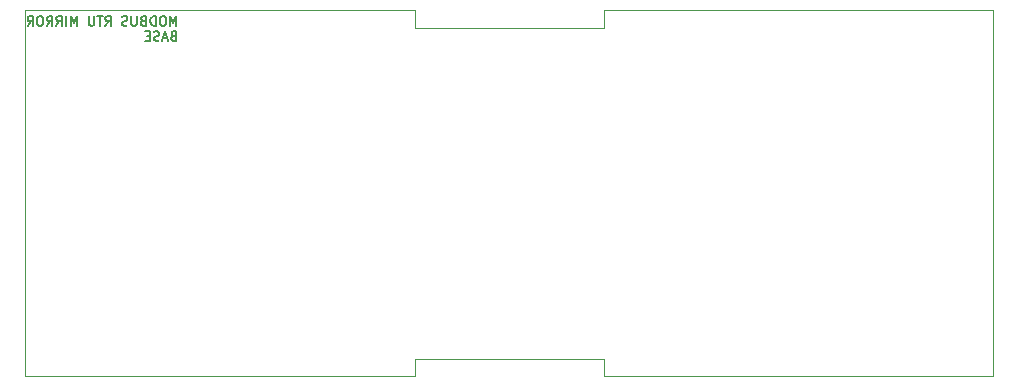
<source format=gbr>
%TF.GenerationSoftware,KiCad,Pcbnew,6.0.11-2627ca5db0~126~ubuntu20.04.1*%
%TF.CreationDate,2024-09-22T13:49:42-05:00*%
%TF.ProjectId,modbus_rtu_mirror_base_88x37x59mm,6d6f6462-7573-45f7-9274-755f6d697272,rev?*%
%TF.SameCoordinates,Original*%
%TF.FileFunction,Legend,Bot*%
%TF.FilePolarity,Positive*%
%FSLAX46Y46*%
G04 Gerber Fmt 4.6, Leading zero omitted, Abs format (unit mm)*
G04 Created by KiCad (PCBNEW 6.0.11-2627ca5db0~126~ubuntu20.04.1) date 2024-09-22 13:49:42*
%MOMM*%
%LPD*%
G01*
G04 APERTURE LIST*
%TA.AperFunction,Profile*%
%ADD10C,0.100000*%
%TD*%
%ADD11C,0.200000*%
G04 APERTURE END LIST*
D10*
X133000000Y-101500000D02*
X149000000Y-101500000D01*
X149000000Y-131000000D02*
X149000000Y-129500000D01*
X149000000Y-100000000D02*
X149000000Y-101500000D01*
X133000000Y-129500000D02*
X149000000Y-129500000D01*
X100000000Y-100000000D02*
X100000000Y-131000000D01*
X100000000Y-131000000D02*
X133000000Y-131000000D01*
X182000000Y-100000000D02*
X182000000Y-131000000D01*
X149000000Y-131000000D02*
X182000000Y-131000000D01*
X100000000Y-100000000D02*
X133000000Y-100000000D01*
X133000000Y-100000000D02*
X133000000Y-101500000D01*
X133000000Y-131000000D02*
X133000000Y-129500000D01*
X149000000Y-100000000D02*
X182000000Y-100000000D01*
D11*
X112836523Y-101317904D02*
X112836523Y-100517904D01*
X112569857Y-101089333D01*
X112303190Y-100517904D01*
X112303190Y-101317904D01*
X111769857Y-100517904D02*
X111617476Y-100517904D01*
X111541285Y-100556000D01*
X111465095Y-100632190D01*
X111427000Y-100784571D01*
X111427000Y-101051238D01*
X111465095Y-101203619D01*
X111541285Y-101279809D01*
X111617476Y-101317904D01*
X111769857Y-101317904D01*
X111846047Y-101279809D01*
X111922238Y-101203619D01*
X111960333Y-101051238D01*
X111960333Y-100784571D01*
X111922238Y-100632190D01*
X111846047Y-100556000D01*
X111769857Y-100517904D01*
X111084142Y-101317904D02*
X111084142Y-100517904D01*
X110893666Y-100517904D01*
X110779380Y-100556000D01*
X110703190Y-100632190D01*
X110665095Y-100708380D01*
X110627000Y-100860761D01*
X110627000Y-100975047D01*
X110665095Y-101127428D01*
X110703190Y-101203619D01*
X110779380Y-101279809D01*
X110893666Y-101317904D01*
X111084142Y-101317904D01*
X110017476Y-100898857D02*
X109903190Y-100936952D01*
X109865095Y-100975047D01*
X109827000Y-101051238D01*
X109827000Y-101165523D01*
X109865095Y-101241714D01*
X109903190Y-101279809D01*
X109979380Y-101317904D01*
X110284142Y-101317904D01*
X110284142Y-100517904D01*
X110017476Y-100517904D01*
X109941285Y-100556000D01*
X109903190Y-100594095D01*
X109865095Y-100670285D01*
X109865095Y-100746476D01*
X109903190Y-100822666D01*
X109941285Y-100860761D01*
X110017476Y-100898857D01*
X110284142Y-100898857D01*
X109484142Y-100517904D02*
X109484142Y-101165523D01*
X109446047Y-101241714D01*
X109407952Y-101279809D01*
X109331761Y-101317904D01*
X109179380Y-101317904D01*
X109103190Y-101279809D01*
X109065095Y-101241714D01*
X109027000Y-101165523D01*
X109027000Y-100517904D01*
X108684142Y-101279809D02*
X108569857Y-101317904D01*
X108379380Y-101317904D01*
X108303190Y-101279809D01*
X108265095Y-101241714D01*
X108227000Y-101165523D01*
X108227000Y-101089333D01*
X108265095Y-101013142D01*
X108303190Y-100975047D01*
X108379380Y-100936952D01*
X108531761Y-100898857D01*
X108607952Y-100860761D01*
X108646047Y-100822666D01*
X108684142Y-100746476D01*
X108684142Y-100670285D01*
X108646047Y-100594095D01*
X108607952Y-100556000D01*
X108531761Y-100517904D01*
X108341285Y-100517904D01*
X108227000Y-100556000D01*
X106817476Y-101317904D02*
X107084142Y-100936952D01*
X107274619Y-101317904D02*
X107274619Y-100517904D01*
X106969857Y-100517904D01*
X106893666Y-100556000D01*
X106855571Y-100594095D01*
X106817476Y-100670285D01*
X106817476Y-100784571D01*
X106855571Y-100860761D01*
X106893666Y-100898857D01*
X106969857Y-100936952D01*
X107274619Y-100936952D01*
X106588904Y-100517904D02*
X106131761Y-100517904D01*
X106360333Y-101317904D02*
X106360333Y-100517904D01*
X105865095Y-100517904D02*
X105865095Y-101165523D01*
X105827000Y-101241714D01*
X105788904Y-101279809D01*
X105712714Y-101317904D01*
X105560333Y-101317904D01*
X105484142Y-101279809D01*
X105446047Y-101241714D01*
X105407952Y-101165523D01*
X105407952Y-100517904D01*
X104417476Y-101317904D02*
X104417476Y-100517904D01*
X104150809Y-101089333D01*
X103884142Y-100517904D01*
X103884142Y-101317904D01*
X103503190Y-101317904D02*
X103503190Y-100517904D01*
X102665095Y-101317904D02*
X102931761Y-100936952D01*
X103122238Y-101317904D02*
X103122238Y-100517904D01*
X102817476Y-100517904D01*
X102741285Y-100556000D01*
X102703190Y-100594095D01*
X102665095Y-100670285D01*
X102665095Y-100784571D01*
X102703190Y-100860761D01*
X102741285Y-100898857D01*
X102817476Y-100936952D01*
X103122238Y-100936952D01*
X101865095Y-101317904D02*
X102131761Y-100936952D01*
X102322238Y-101317904D02*
X102322238Y-100517904D01*
X102017476Y-100517904D01*
X101941285Y-100556000D01*
X101903190Y-100594095D01*
X101865095Y-100670285D01*
X101865095Y-100784571D01*
X101903190Y-100860761D01*
X101941285Y-100898857D01*
X102017476Y-100936952D01*
X102322238Y-100936952D01*
X101369857Y-100517904D02*
X101217476Y-100517904D01*
X101141285Y-100556000D01*
X101065095Y-100632190D01*
X101026999Y-100784571D01*
X101026999Y-101051238D01*
X101065095Y-101203619D01*
X101141285Y-101279809D01*
X101217476Y-101317904D01*
X101369857Y-101317904D01*
X101446047Y-101279809D01*
X101522238Y-101203619D01*
X101560333Y-101051238D01*
X101560333Y-100784571D01*
X101522238Y-100632190D01*
X101446047Y-100556000D01*
X101369857Y-100517904D01*
X100226999Y-101317904D02*
X100493666Y-100936952D01*
X100684142Y-101317904D02*
X100684142Y-100517904D01*
X100379380Y-100517904D01*
X100303190Y-100556000D01*
X100265095Y-100594095D01*
X100226999Y-100670285D01*
X100226999Y-100784571D01*
X100265095Y-100860761D01*
X100303190Y-100898857D01*
X100379380Y-100936952D01*
X100684142Y-100936952D01*
X112569857Y-102186857D02*
X112455571Y-102224952D01*
X112417476Y-102263047D01*
X112379380Y-102339238D01*
X112379380Y-102453523D01*
X112417476Y-102529714D01*
X112455571Y-102567809D01*
X112531761Y-102605904D01*
X112836523Y-102605904D01*
X112836523Y-101805904D01*
X112569857Y-101805904D01*
X112493666Y-101844000D01*
X112455571Y-101882095D01*
X112417476Y-101958285D01*
X112417476Y-102034476D01*
X112455571Y-102110666D01*
X112493666Y-102148761D01*
X112569857Y-102186857D01*
X112836523Y-102186857D01*
X112074619Y-102377333D02*
X111693666Y-102377333D01*
X112150809Y-102605904D02*
X111884142Y-101805904D01*
X111617476Y-102605904D01*
X111388904Y-102567809D02*
X111274619Y-102605904D01*
X111084142Y-102605904D01*
X111007952Y-102567809D01*
X110969857Y-102529714D01*
X110931761Y-102453523D01*
X110931761Y-102377333D01*
X110969857Y-102301142D01*
X111007952Y-102263047D01*
X111084142Y-102224952D01*
X111236523Y-102186857D01*
X111312714Y-102148761D01*
X111350809Y-102110666D01*
X111388904Y-102034476D01*
X111388904Y-101958285D01*
X111350809Y-101882095D01*
X111312714Y-101844000D01*
X111236523Y-101805904D01*
X111046047Y-101805904D01*
X110931761Y-101844000D01*
X110588904Y-102186857D02*
X110322238Y-102186857D01*
X110207952Y-102605904D02*
X110588904Y-102605904D01*
X110588904Y-101805904D01*
X110207952Y-101805904D01*
M02*

</source>
